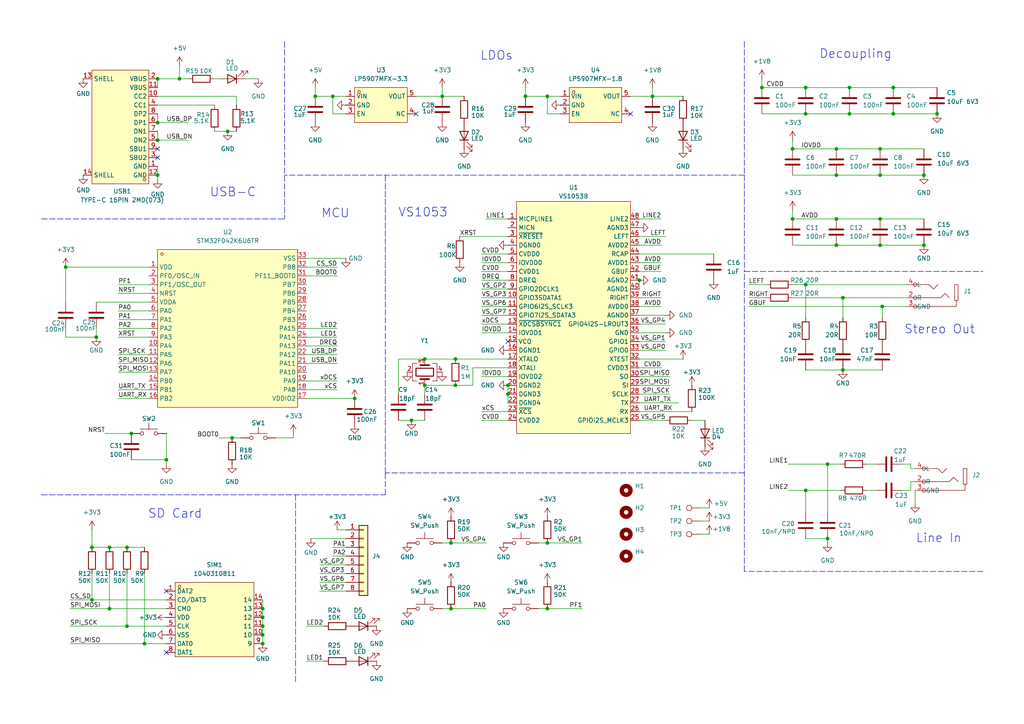
<source format=kicad_sch>
(kicad_sch (version 20250114) (generator "eeschema") (generator_version "9.0")
  (paper "A4")
  (text "Stereo Out" (at 272.542 95.631 0) (effects (font (size 2.54 2.54))))
  (text "LDOs\n" (at 144.018 16.256 0) (effects (font (size 2.54 2.54))))
  (text "Decoupling" (at 248.158 15.748 0) (effects (font (size 2.54 2.54))))
  (text "MCU\n" (at 97.282 61.976 0) (effects (font (size 2.54 2.54))))
  (text "Line In\n" (at 272.288 156.21 0) (effects (font (size 2.54 2.54))))
  (text "SD Card\n" (at 50.8 149.098 0) (effects (font (size 2.54 2.54))))
  (text "VS1053" (at 122.682 61.722 0) (effects (font (size 2.54 2.54))))
  (text "USB-C" (at 67.564 55.88 0) (effects (font (size 2.54 2.54))))
  (junction (at 147.32 111.76))
  (junction (at 130.81 157.48))
  (junction (at 255.27 50.8))
  (junction (at 158.75 157.48))
  (junction (at 229.87 63.5))
  (junction (at 242.57 63.5))
  (junction (at 36.83 158.75))
  (junction (at 233.68 25.4))
  (junction (at 240.03 156.21))
  (junction (at 76.2 181.61))
  (junction (at 244.475 86.36))
  (junction (at 233.68 142.24))
  (junction (at 132.08 111.76))
  (junction (at 41.91 186.69))
  (junction (at 76.2 184.15))
  (junction (at 128.27 27.94))
  (junction (at 48.26 133.35))
  (junction (at 76.2 176.53))
  (junction (at 233.68 82.55))
  (junction (at 267.97 71.12))
  (junction (at 66.04 38.1))
  (junction (at 132.08 104.14))
  (junction (at 123.19 111.76))
  (junction (at 123.19 104.14))
  (junction (at 240.03 134.62))
  (junction (at 102.87 115.57))
  (junction (at 185.42 81.28))
  (junction (at 130.81 176.53))
  (junction (at 67.31 127))
  (junction (at 271.78 33.02))
  (junction (at 229.87 43.18))
  (junction (at 158.75 176.53))
  (junction (at 38.1 125.73))
  (junction (at 147.32 114.3))
  (junction (at 259.08 25.4))
  (junction (at 31.75 176.53))
  (junction (at 242.57 43.18))
  (junction (at 189.23 27.94))
  (junction (at 91.44 27.94))
  (junction (at 26.67 158.75))
  (junction (at 242.57 71.12))
  (junction (at 27.94 97.79))
  (junction (at 76.2 186.69))
  (junction (at 246.38 25.4))
  (junction (at 244.475 107.315))
  (junction (at 19.05 77.47))
  (junction (at 152.4 27.94))
  (junction (at 45.72 50.8))
  (junction (at 246.38 33.02))
  (junction (at 31.75 158.75))
  (junction (at 255.905 88.9))
  (junction (at 255.27 71.12))
  (junction (at 242.57 50.8))
  (junction (at 76.2 179.07))
  (junction (at 119.3487 121.92))
  (junction (at 220.98 25.4))
  (junction (at 158.75 27.94))
  (junction (at 52.07 22.86))
  (junction (at 96.52 27.94))
  (junction (at 255.27 63.5))
  (junction (at 45.72 35.56))
  (junction (at 36.83 181.61))
  (junction (at 45.72 40.64))
  (junction (at 259.08 33.02))
  (junction (at 26.67 173.99))
  (junction (at 255.27 43.18))
  (junction (at 45.72 22.86))
  (junction (at 233.68 33.02))
  (junction (at 267.97 50.8))
  (no_connect (at 45.72 43.18))
  (no_connect (at 48.26 171.45))
  (no_connect (at 45.72 45.72))
  (no_connect (at 182.88 33.02))
  (no_connect (at 147.32 99.06))
  (no_connect (at 48.26 189.23))
  (no_connect (at 120.65 33.02))
  (wire (pts (xy 139.7 86.36) (xy 147.32 86.36)))
  (wire (pts (xy 205.74 147.32) (xy 203.2 147.32)))
  (wire (pts (xy 147.32 78.74) (xy 139.7 78.74)))
  (wire (pts (xy 233.68 107.315) (xy 244.475 107.315)))
  (wire (pts (xy 76.2 184.15) (xy 76.2 186.69)))
  (wire (pts (xy 36.83 181.61) (xy 48.26 181.61)))
  (wire (pts (xy 229.87 50.8) (xy 242.57 50.8)))
  (wire (pts (xy 255.27 43.18) (xy 267.97 43.18)))
  (wire (pts (xy 27.94 87.63) (xy 43.18 87.63)))
  (wire (pts (xy 259.08 33.02) (xy 271.78 33.02)))
  (wire (pts (xy 140.97 63.5) (xy 147.32 63.5)))
  (wire (pts (xy 19.05 87.63) (xy 19.05 77.47)))
  (wire (pts (xy 220.98 22.86) (xy 220.98 25.4)))
  (polyline (pts (xy 215.9 50.8) (xy 82.55 50.8)) (stroke (width 0) (type dash)))
  (wire (pts (xy 36.83 158.75) (xy 41.91 158.75)))
  (wire (pts (xy 233.68 156.21) (xy 240.03 156.21)))
  (wire (pts (xy 233.68 25.4) (xy 246.38 25.4)))
  (wire (pts (xy 20.32 176.53) (xy 31.75 176.53)))
  (wire (pts (xy 158.75 176.53) (xy 156.21 176.53)))
  (wire (pts (xy 36.83 166.37) (xy 36.83 181.61)))
  (wire (pts (xy 185.42 73.66) (xy 207.01 73.66)))
  (wire (pts (xy 220.98 33.02) (xy 233.68 33.02)))
  (wire (pts (xy 31.75 176.53) (xy 48.26 176.53)))
  (wire (pts (xy 45.72 52.07) (xy 45.72 50.8)))
  (wire (pts (xy 34.29 90.17) (xy 43.18 90.17)))
  (wire (pts (xy 34.29 102.87) (xy 43.18 102.87)))
  (wire (pts (xy 242.57 50.8) (xy 255.27 50.8)))
  (wire (pts (xy 97.79 80.01) (xy 88.9 80.01)))
  (wire (pts (xy 220.98 25.4) (xy 233.68 25.4)))
  (wire (pts (xy 242.57 43.18) (xy 255.27 43.18)))
  (wire (pts (xy 193.04 99.06) (xy 185.42 99.06)))
  (wire (pts (xy 92.71 163.83) (xy 100.33 163.83)))
  (wire (pts (xy 191.77 78.74) (xy 185.42 78.74)))
  (wire (pts (xy 19.05 77.47) (xy 43.18 77.47)))
  (wire (pts (xy 34.29 82.55) (xy 43.18 82.55)))
  (wire (pts (xy 229.87 60.96) (xy 229.87 63.5)))
  (wire (pts (xy 48.26 134.62) (xy 48.26 133.35)))
  (wire (pts (xy 139.7 93.98) (xy 147.32 93.98)))
  (wire (pts (xy 251.46 134.62) (xy 254 134.62)))
  (wire (pts (xy 134.62 27.94) (xy 128.27 27.94)))
  (wire (pts (xy 162.56 33.02) (xy 158.75 33.02)))
  (wire (pts (xy 45.72 50.8) (xy 45.72 48.26)))
  (wire (pts (xy 68.58 30.48) (xy 68.58 27.94)))
  (wire (pts (xy 52.07 19.05) (xy 52.07 22.86)))
  (wire (pts (xy 204.47 121.92) (xy 200.66 121.92)))
  (wire (pts (xy 147.32 114.3) (xy 147.32 116.84)))
  (wire (pts (xy 233.68 33.02) (xy 246.38 33.02)))
  (wire (pts (xy 217.17 88.9) (xy 255.905 88.9)))
  (wire (pts (xy 123.19 104.14) (xy 132.08 104.14)))
  (wire (pts (xy 34.29 113.03) (xy 43.18 113.03)))
  (wire (pts (xy 168.91 176.53) (xy 158.75 176.53)))
  (wire (pts (xy 139.7 91.44) (xy 147.32 91.44)))
  (polyline (pts (xy 215.9 165.735) (xy 215.9 78.74)) (stroke (width 0) (type dash)))
  (wire (pts (xy 34.29 115.57) (xy 43.18 115.57)))
  (polyline (pts (xy 12.065 143.51) (xy 111.76 143.51)) (stroke (width 0) (type dash)))
  (wire (pts (xy 240.03 134.62) (xy 243.84 134.62)))
  (wire (pts (xy 26.67 153.67) (xy 26.67 158.75)))
  (wire (pts (xy 92.71 171.45) (xy 100.33 171.45)))
  (wire (pts (xy 147.32 81.28) (xy 139.7 81.28)))
  (wire (pts (xy 189.23 27.94) (xy 198.12 27.94)))
  (wire (pts (xy 158.75 157.48) (xy 156.21 157.48)))
  (wire (pts (xy 41.91 166.37) (xy 41.91 186.69)))
  (wire (pts (xy 26.67 158.75) (xy 31.75 158.75)))
  (wire (pts (xy 233.68 148.59) (xy 233.68 142.24)))
  (wire (pts (xy 191.77 71.12) (xy 185.42 71.12)))
  (wire (pts (xy 193.04 96.52) (xy 185.42 96.52)))
  (wire (pts (xy 91.44 25.4) (xy 91.44 27.94)))
  (wire (pts (xy 115.57 104.14) (xy 123.19 104.14)))
  (wire (pts (xy 88.9 115.57) (xy 102.87 115.57)))
  (wire (pts (xy 140.97 176.53) (xy 130.81 176.53)))
  (wire (pts (xy 140.97 157.48) (xy 130.81 157.48)))
  (wire (pts (xy 20.32 173.99) (xy 26.67 173.99)))
  (wire (pts (xy 123.19 111.76) (xy 132.08 111.76)))
  (wire (pts (xy 189.23 27.94) (xy 182.88 27.94)))
  (wire (pts (xy 193.04 101.6) (xy 185.42 101.6)))
  (wire (pts (xy 54.61 22.86) (xy 52.07 22.86)))
  (wire (pts (xy 85.09 125.73) (xy 85.09 127)))
  (wire (pts (xy 139.7 83.82) (xy 147.32 83.82)))
  (wire (pts (xy 128.27 27.94) (xy 120.65 27.94)))
  (wire (pts (xy 261.62 142.24) (xy 264.16 142.24)))
  (wire (pts (xy 158.75 27.94) (xy 162.56 27.94)))
  (wire (pts (xy 233.68 142.24) (xy 243.84 142.24)))
  (wire (pts (xy 90.17 156.21) (xy 100.33 156.21)))
  (wire (pts (xy 147.32 121.92) (xy 139.7 121.92)))
  (wire (pts (xy 45.72 40.64) (xy 54.61 40.64)))
  (wire (pts (xy 251.46 142.24) (xy 254 142.24)))
  (wire (pts (xy 115.57 121.92) (xy 119.3487 121.92)))
  (wire (pts (xy 191.77 86.36) (xy 185.42 86.36)))
  (wire (pts (xy 76.2 173.99) (xy 76.2 176.53)))
  (wire (pts (xy 85.09 127) (xy 80.01 127)))
  (wire (pts (xy 139.7 96.52) (xy 147.32 96.52)))
  (wire (pts (xy 229.87 43.18) (xy 242.57 43.18)))
  (polyline (pts (xy 285.115 165.735) (xy 215.9 165.735)) (stroke (width 0) (type dash)))
  (wire (pts (xy 97.79 153.67) (xy 100.33 153.67)))
  (wire (pts (xy 255.27 63.5) (xy 267.97 63.5)))
  (wire (pts (xy 76.2 181.61) (xy 76.2 184.15)))
  (polyline (pts (xy 12.065 63.5) (xy 82.55 63.5)) (stroke (width 0) (type dash)))
  (wire (pts (xy 246.38 33.02) (xy 259.08 33.02)))
  (wire (pts (xy 217.17 82.55) (xy 222.25 82.55)))
  (wire (pts (xy 20.32 181.61) (xy 36.83 181.61)))
  (wire (pts (xy 31.75 158.75) (xy 36.83 158.75)))
  (wire (pts (xy 115.57 114.3) (xy 115.57 104.14)))
  (wire (pts (xy 240.03 157.48) (xy 240.03 156.21)))
  (wire (pts (xy 147.32 73.66) (xy 139.7 73.66)))
  (wire (pts (xy 76.2 179.07) (xy 76.2 181.61)))
  (wire (pts (xy 97.79 113.03) (xy 88.9 113.03)))
  (wire (pts (xy 19.05 97.79) (xy 19.05 95.25)))
  (wire (pts (xy 137.16 106.68) (xy 137.16 111.76)))
  (wire (pts (xy 255.905 88.9) (xy 262.89 88.9)))
  (wire (pts (xy 66.04 38.1) (xy 62.23 38.1)))
  (wire (pts (xy 185.42 116.84) (xy 196.85 116.84)))
  (wire (pts (xy 244.475 86.36) (xy 262.89 86.36)))
  (wire (pts (xy 34.29 95.25) (xy 43.18 95.25)))
  (wire (pts (xy 242.57 63.5) (xy 255.27 63.5)))
  (wire (pts (xy 48.26 133.35) (xy 38.1 133.35)))
  (wire (pts (xy 194.31 111.76) (xy 185.42 111.76)))
  (wire (pts (xy 62.23 30.48) (xy 45.72 30.48)))
  (polyline (pts (xy 111.76 137.16) (xy 111.76 50.8)) (stroke (width 0) (type dash)))
  (wire (pts (xy 34.29 97.79) (xy 43.18 97.79)))
  (wire (pts (xy 68.58 38.1) (xy 66.04 38.1)))
  (wire (pts (xy 130.81 157.48) (xy 128.27 157.48)))
  (wire (pts (xy 198.12 104.14) (xy 185.42 104.14)))
  (wire (pts (xy 255.905 88.9) (xy 255.905 92.075)))
  (wire (pts (xy 97.79 100.33) (xy 88.9 100.33)))
  (wire (pts (xy 261.62 134.62) (xy 264.16 134.62)))
  (wire (pts (xy 185.42 81.28) (xy 185.42 83.82)))
  (wire (pts (xy 62.23 22.86) (xy 63.5 22.86)))
  (wire (pts (xy 97.79 102.87) (xy 88.9 102.87)))
  (wire (pts (xy 92.71 168.91) (xy 100.33 168.91)))
  (wire (pts (xy 34.29 107.95) (xy 43.18 107.95)))
  (wire (pts (xy 147.32 106.68) (xy 137.16 106.68)))
  (wire (pts (xy 45.72 33.02) (xy 45.72 35.56)))
  (wire (pts (xy 132.08 104.14) (xy 147.32 104.14)))
  (wire (pts (xy 96.52 27.94) (xy 100.33 27.94)))
  (wire (pts (xy 34.29 92.71) (xy 43.18 92.71)))
  (wire (pts (xy 41.91 186.69) (xy 48.26 186.69)))
  (wire (pts (xy 262.89 82.55) (xy 233.68 82.55)))
  (wire (pts (xy 69.85 127) (xy 67.31 127)))
  (wire (pts (xy 147.32 68.58) (xy 133.35 68.58)))
  (wire (pts (xy 193.04 91.44) (xy 185.42 91.44)))
  (wire (pts (xy 139.7 76.2) (xy 147.32 76.2)))
  (wire (pts (xy 92.71 166.37) (xy 100.33 166.37)))
  (wire (pts (xy 194.31 109.22) (xy 185.42 109.22)))
  (polyline (pts (xy 111.76 143.51) (xy 111.76 137.16)) (stroke (width 0) (type dash)))
  (wire (pts (xy 139.7 119.38) (xy 147.32 119.38)))
  (wire (pts (xy 229.87 71.12) (xy 242.57 71.12)))
  (wire (pts (xy 34.29 105.41) (xy 43.18 105.41)))
  (wire (pts (xy 152.4 27.94) (xy 158.75 27.94)))
  (polyline (pts (xy 215.9 12.065) (xy 215.9 50.8)) (stroke (width 0) (type dash)))
  (wire (pts (xy 97.79 95.25) (xy 88.9 95.25)))
  (wire (pts (xy 191.77 88.9) (xy 185.42 88.9)))
  (wire (pts (xy 48.26 125.73) (xy 48.26 133.35)))
  (polyline (pts (xy 215.9 137.16) (xy 111.76 137.16)) (stroke (width 0) (type dash)))
  (wire (pts (xy 96.52 33.02) (xy 96.52 27.94)))
  (wire (pts (xy 100.33 33.02) (xy 96.52 33.02)))
  (wire (pts (xy 91.44 27.94) (xy 96.52 27.94)))
  (wire (pts (xy 97.79 97.79) (xy 88.9 97.79)))
  (wire (pts (xy 45.72 22.86) (xy 45.72 25.4)))
  (wire (pts (xy 158.75 33.02) (xy 158.75 27.94)))
  (wire (pts (xy 264.16 139.7) (xy 265.43 139.7)))
  (wire (pts (xy 240.03 134.62) (xy 240.03 148.59)))
  (wire (pts (xy 139.7 88.9) (xy 147.32 88.9)))
  (wire (pts (xy 128.27 25.4) (xy 128.27 27.94)))
  (wire (pts (xy 20.32 186.69) (xy 41.91 186.69)))
  (wire (pts (xy 88.9 181.61) (xy 93.98 181.61)))
  (wire (pts (xy 26.67 166.37) (xy 26.67 173.99)))
  (wire (pts (xy 259.08 25.4) (xy 271.78 25.4)))
  (wire (pts (xy 130.81 176.53) (xy 128.27 176.53)))
  (wire (pts (xy 265.43 146.05) (xy 265.43 142.24)))
  (wire (pts (xy 97.79 77.47) (xy 88.9 77.47)))
  (wire (pts (xy 27.94 97.79) (xy 27.94 95.25)))
  (polyline (pts (xy 215.9 78.74) (xy 285.115 78.74)) (stroke (width 0) (type dash)))
  (wire (pts (xy 38.1 125.73) (xy 30.48 125.73)))
  (wire (pts (xy 45.72 22.86) (xy 52.07 22.86)))
  (wire (pts (xy 88.9 191.77) (xy 93.98 191.77)))
  (wire (pts (xy 200.66 119.38) (xy 185.42 119.38)))
  (wire (pts (xy 45.72 35.56) (xy 54.61 35.56)))
  (wire (pts (xy 97.79 110.49) (xy 88.9 110.49)))
  (wire (pts (xy 229.87 40.64) (xy 229.87 43.18)))
  (wire (pts (xy 74.93 22.86) (xy 71.12 22.86)))
  (wire (pts (xy 152.4 25.4) (xy 152.4 27.94)))
  (wire (pts (xy 205.74 151.13) (xy 203.2 151.13)))
  (wire (pts (xy 244.475 86.36) (xy 244.475 92.075)))
  (wire (pts (xy 191.77 76.2) (xy 185.42 76.2)))
  (wire (pts (xy 233.68 82.55) (xy 229.87 82.55)))
  (wire (pts (xy 168.91 157.48) (xy 158.75 157.48)))
  (wire (pts (xy 185.42 106.68) (xy 191.77 106.68)))
  (wire (pts (xy 45.72 38.1) (xy 45.72 40.64)))
  (wire (pts (xy 255.27 50.8) (xy 267.97 50.8)))
  (wire (pts (xy 228.6 142.24) (xy 233.68 142.24)))
  (wire (pts (xy 205.74 154.94) (xy 203.2 154.94)))
  (wire (pts (xy 246.38 25.4) (xy 259.08 25.4)))
  (wire (pts (xy 193.04 121.92) (xy 185.42 121.92)))
  (polyline (pts (xy 215.9 50.8) (xy 215.9 78.74)) (stroke (width 0) (type dash)))
  (wire (pts (xy 194.31 114.3) (xy 185.42 114.3)))
  (polyline (pts (xy 82.55 12.065) (xy 82.55 63.5)) (stroke (width 0) (type dash)))
  (wire (pts (xy 34.29 85.09) (xy 43.18 85.09)))
  (wire (pts (xy 229.87 63.5) (xy 242.57 63.5)))
  (wire (pts (xy 119.3487 121.92) (xy 123.19 121.92)))
  (wire (pts (xy 264.16 142.24) (xy 264.16 139.7)))
  (wire (pts (xy 217.17 86.36) (xy 222.25 86.36)))
  (wire (pts (xy 233.68 82.55) (xy 233.68 92.075)))
  (wire (pts (xy 193.04 68.58) (xy 185.42 68.58)))
  (wire (pts (xy 147.32 111.76) (xy 147.32 114.3)))
  (wire (pts (xy 244.475 107.315) (xy 255.905 107.315)))
  (wire (pts (xy 264.16 134.62) (xy 264.16 135.89)))
  (wire (pts (xy 31.75 166.37) (xy 31.75 176.53)))
  (wire (pts (xy 139.7 109.22) (xy 147.32 109.22)))
  (wire (pts (xy 264.16 135.89) (xy 265.43 135.89)))
  (wire (pts (xy 229.87 86.36) (xy 244.475 86.36)))
  (wire (pts (xy 100.33 74.93) (xy 88.9 74.93)))
  (wire (pts (xy 19.05 97.79) (xy 27.94 97.79)))
  (wire (pts (xy 96.52 158.75) (xy 100.33 158.75)))
  (wire (pts (xy 97.79 105.41) (xy 88.9 105.41)))
  (wire (pts (xy 242.57 71.12) (xy 255.27 71.12)))
  (wire (pts (xy 26.67 173.99) (xy 48.26 173.99)))
  (wire (pts (xy 137.16 111.76) (xy 132.08 111.76)))
  (wire (pts (xy 189.23 25.4) (xy 189.23 27.94)))
  (wire (pts (xy 96.52 161.29) (xy 100.33 161.29)))
  (wire (pts (xy 228.6 134.62) (xy 240.03 134.62)))
  (wire (pts (xy 123.19 114.3) (xy 123.19 111.76)))
  (wire (pts (xy 76.2 176.53) (xy 76.2 179.07)))
  (polyline (pts (xy 85.725 143.51) (xy 85.725 198.12)) (stroke (width 0) (type dash)))
  (wire (pts (xy 193.04 93.98) (xy 185.42 93.98)))
  (wire (pts (xy 67.31 127) (xy 63.5 127)))
  (wire (pts (xy 68.58 27.94) (xy 45.72 27.94)))
  (wire (pts (xy 191.77 63.5) (xy 185.42 63.5)))
  (wire (pts (xy 255.27 71.12) (xy 267.97 71.12)))
  (label "VS_GP2" (at 139.7 83.82 0))
  (label "LINE1" (at 140.97 63.5 0))
  (label "SPI_SCK" (at 194.31 114.3 180))
  (label "PA1" (at 96.52 158.75 0))
  (label "VS_GP1" (at 168.91 157.48 180))
  (label "AVDD" (at 191.77 88.9 180))
  (label "CVDD" (at 139.7 73.66 0))
  (label "PF1" (at 168.91 176.53 180))
  (label "USB_DP" (at 97.79 102.87 180))
  (label "VS_GP3" (at 92.71 166.37 0))
  (label "PA0" (at 140.97 176.53 180))
  (label "VS_GP7" (at 92.71 171.45 0))
  (label "VS_GP1" (at 193.04 99.06 180))
  (label "VS_GP4" (at 193.04 93.98 180))
  (label "BOOT0" (at 97.79 80.01 180))
  (label "LED2" (at 88.9 181.61 0))
  (label "CVDD" (at 191.77 106.68 180))
  (label "LED1" (at 88.9 191.77 0))
  (label "VS_GP2" (at 92.71 163.83 0))
  (label "AVDD" (at 191.77 71.12 180))
  (label "NRST" (at 30.48 125.73 180))
  (label "DREQ" (at 139.7 81.28 0))
  (label "CVDD" (at 139.7 121.92 0))
  (label "IOVDD" (at 232.41 43.18 0))
  (label "VS_GP0" (at 193.04 101.6 180))
  (label "VS_GP7" (at 139.7 91.44 0))
  (label "LEFT" (at 217.17 82.55 0))
  (label "PA2" (at 34.29 95.25 0))
  (label "USB_DN" (at 48.26 40.64 0))
  (label "USB_DN" (at 97.79 105.41 180))
  (label "IOVDD" (at 139.7 109.22 0))
  (label "USB_DP" (at 48.26 35.56 0))
  (label "CVDD" (at 222.25 25.4 0))
  (label "CVDD" (at 139.7 78.74 0))
  (label "LINE2" (at 191.77 63.5 180))
  (label "NRST" (at 34.29 85.09 0))
  (label "PA0" (at 34.29 90.17 0))
  (label "BOOT0" (at 63.5 127 180))
  (label "LED1" (at 97.79 97.79 180))
  (label "xDCS" (at 139.7 93.98 0))
  (label "IOVDD" (at 139.7 76.2 0))
  (label "SPI_SCK" (at 34.29 102.87 0))
  (label "UART_RX" (at 186.69 119.38 0))
  (label "AVDD" (at 191.77 76.2 180))
  (label "PA1" (at 34.29 92.71 0))
  (label "VS_GP3" (at 139.7 86.36 0))
  (label "LINE1" (at 228.6 134.62 180))
  (label "SPI_MISO" (at 34.29 105.41 0))
  (label "VS_GP6" (at 92.71 168.91 0))
  (label "XRST" (at 34.29 97.79 0))
  (label "UART_TX" (at 34.29 113.03 0))
  (label "IOVDD" (at 139.7 96.52 0))
  (label "SPI_MOSI" (at 194.31 111.76 180))
  (label "CS_SD" (at 97.79 77.47 180))
  (label "RIGHT" (at 217.17 86.36 0))
  (label "UART_RX" (at 34.29 115.57 0))
  (label "CS_SD" (at 20.32 173.99 0))
  (label "VS_GP5" (at 193.04 121.92 180))
  (label "DREQ" (at 97.79 100.33 180))
  (label "xDCS" (at 97.79 110.49 180))
  (label "VS_GP4" (at 140.97 157.48 180))
  (label "UART_TX" (at 186.69 116.84 0))
  (label "SPI_SCK" (at 20.32 181.61 0))
  (label "SPI_MISO" (at 194.31 109.22 180))
  (label "PA2" (at 96.52 161.29 0))
  (label "AVDD" (at 232.41 63.5 0))
  (label "SPI_MOSI" (at 20.32 176.53 0))
  (label "LINE2" (at 228.6 142.24 180))
  (label "SPI_MISO" (at 20.32 186.69 0))
  (label "RIGHT" (at 191.77 86.36 180))
  (label "XRST" (at 133.35 68.58 0))
  (label "GBUF" (at 191.77 78.74 180))
  (label "PF1" (at 34.29 82.55 0))
  (label "xCS" (at 97.79 113.03 180))
  (label "LED2" (at 97.79 95.25 180))
  (label "SPI_MOSI" (at 34.29 107.95 0))
  (label "LEFT" (at 193.04 68.58 180))
  (label "xCS" (at 139.7 119.38 0))
  (label "VS_GP6" (at 139.7 88.9 0))
  (label "GBUF" (at 217.17 88.9 0))
  (symbol (lib_id "power:GND") (at 118.11 157.48 0) (unit 1)
    (property "Reference" "#PWR059" (effects (hide yes)))
    (property "Value" "GND" (at 118.11 161.544 0))
    (property "Description" "Power symbol creates a global label with name \"GND\" , ground" (effects (hide yes)))
  )
  (symbol (lib_id "Device:C") (at 152.4 31.75 0) (unit 1)
    (property "Reference" "C29" (at 146.05 31.496 0) (effects (justify left)))
    (property "Value" "1uF" (at 146.05 33.274 0) (effects (justify left)))
    (property "Footprint" "Capacitor_SMD:C_0402_1005Metric" (effects (hide yes)))
    (property "Description" "Unpolarized capacitor" (effects (hide yes)))
    (property "LCSC Part" "C14445" (effects (hide yes)))
  )
  (symbol (lib_id "Switch:SW_Push") (at 74.93 127 0) (unit 1)
    (property "Reference" "SW1" (at 74.93 122.682 0))
    (property "Value" "SW_Push" (effects (hide yes)))
    (property "Footprint" "easyeda2kicad:SW-SMD_L3.9-W3.0-P4.45" (effects (hide yes)))
    (property "Description" "Push button switch, generic, two pins" (effects (hide yes)))
    (property "LCSC Part" "C393938" (effects (hide yes)))
  )
  (symbol (lib_id "power:GND") (at 118.11 176.53 0) (unit 1)
    (property "Reference" "#PWR058" (effects (hide yes)))
    (property "Value" "GND" (at 118.11 180.594 0))
    (property "Description" "Power symbol creates a global label with name \"GND\" , ground" (effects (hide yes)))
  )
  (symbol (lib_id "Mechanical:MountingHole") (at 181.61 142.24 0) (unit 1) (in_bom no)
    (property "Reference" "H1" (at 184.15 140.9699 0) (effects (justify left)))
    (property "Value" "MountingHole" (effects (hide yes)))
    (property "Footprint" "MountingHole:MountingHole_2.7mm_M2.5_ISO7380_Pad_TopBottom" (effects (hide yes)))
    (property "Description" "Mounting Hole without connection" (effects (hide yes)))
  )
  (symbol (lib_id "Device:R") (at 226.06 82.55 90) (unit 1)
    (property "Reference" "R26" (at 231.14 81.28 90))
    (property "Value" "20R" (at 235.585 81.28 90))
    (property "Footprint" "Resistor_SMD:R_0402_1005Metric" (effects (hide yes)))
    (property "Description" "Resistor" (effects (hide yes)))
    (property "LCSC Part" "C25089" (effects (hide yes)))
  )
  (symbol (lib_id "power:+2V8") (at 97.79 153.67 0) (unit 1)
    (property "Reference" "#PWR053" (effects (hide yes)))
    (property "Value" "+3V3" (at 97.79 149.86 0))
    (property "Description" "Power symbol creates a global label with name \"+2V8\"" (effects (hide yes)))
  )
  (symbol (lib_id "Device:C") (at 242.57 67.31 0) (unit 1)
    (property "Reference" "C12" (at 246.38 66.0399 0) (effects (justify left)))
    (property "Value" "100nF" (at 246.38 68.5799 0) (effects (justify left)))
    (property "Footprint" "Capacitor_SMD:C_0402_1005Metric" (effects (hide yes)))
    (property "Description" "Unpolarized capacitor" (effects (hide yes)))
    (property "LCSC Part" "C1525" (effects (hide yes)))
  )
  (symbol (lib_id "Device:R") (at 247.65 142.24 270) (unit 1)
    (property "Reference" "R8" (at 244.348 144.526 90))
    (property "Value" "470R" (at 248.92 144.526 90))
    (property "Footprint" "Resistor_SMD:R_0402_1005Metric" (effects (hide yes)))
    (property "Description" "Resistor" (effects (hide yes)))
    (property "LCSC Part" "C25117" (effects (hide yes)))
  )
  (symbol (lib_id "Mechanical:MountingHole") (at 181.61 161.29 0) (unit 1) (in_bom no)
    (property "Reference" "H4" (at 184.15 160.0199 0) (effects (justify left)))
    (property "Value" "MountingHole" (effects (hide yes)))
    (property "Footprint" "MountingHole:MountingHole_2.7mm_M2.5_ISO7380_Pad_TopBottom" (effects (hide yes)))
    (property "Description" "Mounting Hole without connection" (effects (hide yes)))
  )
  (symbol (lib_id "Connector:TestPoint") (at 203.2 147.32 90) (unit 1) (in_bom no)
    (property "Reference" "TP1" (at 197.866 147.32 90) (effects (justify left)))
    (property "Value" "TestPoint" (effects (hide yes)))
    (property "Footprint" "TestPoint:TestPoint_Pad_D2.5mm" (effects (hide yes)))
    (property "Description" "test point" (effects (hide yes)))
  )
  (symbol (lib_id "Device:R") (at 68.58 34.29 0) (unit 1)
    (property "Reference" "R13" (at 71.628 33.02 0))
    (property "Value" "5.1K" (at 71.882 35.052 0))
    (property "Footprint" "Resistor_SMD:R_0402_1005Metric" (effects (hide yes)))
    (property "Description" "Resistor" (effects (hide yes)))
    (property "LCSC Part" "C25905" (effects (hide yes)))
  )
  (symbol (lib_id "power:+2V8") (at 158.75 149.86 0) (unit 1)
    (property "Reference" "#PWR054" (effects (hide yes)))
    (property "Value" "+3V3" (at 158.75 144.78 0))
    (property "Description" "Power symbol creates a global label with name \"+2V8\"" (effects (hide yes)))
  )
  (symbol (lib_id "Device:C") (at 128.27 31.75 0) (unit 1)
    (property "Reference" "C28" (at 122.174 30.48 0) (effects (justify left)))
    (property "Value" "1uF" (at 122.428 32.258 0) (effects (justify left)))
    (property "Footprint" "Capacitor_SMD:C_0402_1005Metric" (effects (hide yes)))
    (property "Description" "Unpolarized capacitor" (effects (hide yes)))
    (property "LCSC Part" "C14445" (effects (hide yes)))
  )
  (symbol (lib_id "Switch:SW_Push") (at 123.19 157.48 0) (unit 1)
    (property "Reference" "SW4" (at 123.19 149.86 0))
    (property "Value" "SW_Push" (at 123.19 152.4 0))
    (property "Footprint" "Button_Switch_THT:SW_PUSH_6mm" (effects (hide yes)))
    (property "Description" "Push button switch, generic, two pins" (effects (hide yes)))
    (property "LCSC Part" "C393938" (effects (hide yes)))
  )
  (symbol (lib_id "Device:C") (at 257.81 134.62 90) (unit 1)
    (property "Reference" "C22" (at 261.112 130.81 90))
    (property "Value" "1uF" (at 261.112 133.35 90))
    (property "Footprint" "Capacitor_SMD:C_0402_1005Metric" (effects (hide yes)))
    (property "Description" "Unpolarized capacitor" (effects (hide yes)))
    (property "LCSC Part" "C14445" (effects (hide yes)))
  )
  (symbol (lib_id "power:GND") (at 24.13 50.8 0) (unit 1)
    (property "Reference" "#PWR050" (effects (hide yes)))
    (property "Value" "GND" (at 24.13 55.118 0))
    (property "Description" "Power symbol creates a global label with name \"GND\" , ground" (effects (hide yes)))
  )
  (symbol (lib_id "Device:C") (at 229.87 46.99 0) (unit 1)
    (property "Reference" "C6" (at 233.68 45.7199 0) (effects (justify left)))
    (property "Value" "100nF" (at 233.68 48.2599 0) (effects (justify left)))
    (property "Footprint" "Capacitor_SMD:C_0402_1005Metric" (effects (hide yes)))
    (property "Description" "Unpolarized capacitor" (effects (hide yes)))
    (property "LCSC Part" "C1525" (effects (hide yes)))
  )
  (symbol (lib_id "power:GND") (at 147.32 101.6 270) (unit 1)
    (property "Reference" "#PWR05" (effects (hide yes)))
    (property "Value" "GND" (at 143.51 101.5999 90) (effects (justify right)))
    (property "Description" "Power symbol creates a global label with name \"GND\" , ground" (effects (hide yes)))
  )
  (symbol (lib_id "Device:C") (at 267.97 46.99 0) (unit 1)
    (property "Reference" "C10" (at 271.78 44.8309 0) (effects (justify left)))
    (property "Value" "10uF 6V3" (at 271.78 47.3709 0) (effects (justify left)))
    (property "Footprint" "Capacitor_SMD:C_0402_1005Metric" (effects (hide yes)))
    (property "Description" "Unpolarized capacitor" (effects (hide yes)))
    (property "LCSC Part" "C315248" (effects (hide yes)))
  )
  (symbol (lib_id "power:GND") (at 90.17 156.21 0) (unit 1)
    (property "Reference" "#PWR052" (effects (hide yes)))
    (property "Value" "GND" (at 90.17 160.274 0))
    (property "Description" "Power symbol creates a global label with name \"GND\" , ground" (effects (hide yes)))
  )
  (symbol (lib_id "power:+1V8") (at 220.98 22.86 0) (unit 1)
    (property "Reference" "#PWR07" (effects (hide yes)))
    (property "Value" "+1V8" (at 220.98 17.78 0))
    (property "Description" "Power symbol creates a global label with name \"+1V8\"" (effects (hide yes)))
  )
  (symbol (lib_id "power:+5V") (at 91.44 25.4 0) (unit 1)
    (property "Reference" "#PWR029" (effects (hide yes)))
    (property "Value" "+5V" (at 91.44 20.32 0))
    (property "Description" "Power symbol creates a global label with name \"+5V\"" (effects (hide yes)))
  )
  (symbol (lib_id "power:+2V8") (at 19.05 77.47 0) (unit 1)
    (property "Reference" "#PWR047" (effects (hide yes)))
    (property "Value" "+3V3" (at 19.05 72.39 0))
    (property "Description" "Power symbol creates a global label with name \"+2V8\"" (effects (hide yes)))
  )
  (symbol (lib_id "power:GND") (at 100.33 74.93 0) (unit 1)
    (property "Reference" "#PWR022" (effects (hide yes)))
    (property "Value" "GND" (at 103.124 74.93 0))
    (property "Description" "Power symbol creates a global label with name \"GND\" , ground" (effects (hide yes)))
  )
  (symbol (lib_id "power:+5V") (at 52.07 19.05 0) (unit 1)
    (property "Reference" "#PWR028" (effects (hide yes)))
    (property "Value" "+5V" (at 52.07 13.97 0))
    (property "Description" "Power symbol creates a global label with name \"+5V\"" (effects (hide yes)))
  )
  (symbol (lib_id "power:+2V8") (at 102.87 115.57 0) (unit 1)
    (property "Reference" "#PWR048" (effects (hide yes)))
    (property "Value" "+3V3" (at 102.87 110.49 0))
    (property "Description" "Power symbol creates a global label with name \"+2V8\"" (effects (hide yes)))
  )
  (symbol (lib_id "power:GND") (at 119.3487 121.92 0) (unit 1)
    (property "Reference" "#PWR010" (effects (hide yes)))
    (property "Value" "GND" (at 119.3487 125.73 0))
    (property "Description" "Power symbol creates a global label with name \"GND\" , ground" (effects (hide yes)))
  )
  (symbol (lib_id "Device:LED") (at 105.41 181.61 180) (unit 1)
    (property "Reference" "D5" (at 103.886 177.038 0))
    (property "Value" "LED" (at 104.394 178.816 0))
    (property "Footprint" "LED_SMD:LED_0402_1005Metric" (effects (hide yes)))
    (property "Description" "Light emitting diode" (effects (hide yes)))
    (property "Sim.Pins" "1=K 2=A" (effects (hide yes)))
    (property "LCSC Part" "C364553" (effects (hide yes)))
  )
  (symbol (lib_id "Device:R") (at 97.79 191.77 90) (unit 1)
    (property "Reference" "R25" (at 94.996 187.198 90) (effects (justify right)))
    (property "Value" "10K" (at 94.996 189.23 90) (effects (justify right)))
    (property "Footprint" "Resistor_SMD:R_0402_1005Metric" (effects (hide yes)))
    (property "Description" "Resistor" (effects (hide yes)))
    (property "LCSC Part" " 0402WGF1002TCE C25744 Hot " (effects (hide yes)))
  )
  (symbol (lib_id "Device:LED") (at 105.41 191.77 180) (unit 1)
    (property "Reference" "D6" (at 103.886 187.198 0))
    (property "Value" "LED" (at 104.394 188.976 0))
    (property "Footprint" "LED_SMD:LED_0402_1005Metric" (effects (hide yes)))
    (property "Description" "Light emitting diode" (effects (hide yes)))
    (property "Sim.Pins" "1=K 2=A" (effects (hide yes)))
    (property "LCSC Part" "C364553" (effects (hide yes)))
  )
  (symbol (lib_id "power:GND") (at 67.31 134.62 0) (unit 1)
    (property "Reference" "#PWR044" (effects (hide yes)))
    (property "Value" "GND" (at 67.31 139.7 0))
    (property "Description" "Power symbol creates a global label with name \"GND\" , ground" (effects (hide yes)))
  )
  (symbol (lib_id "easyeda2kicad:TYPE-C16PIN2MD(073)") (at 35.56 36.83 0) (unit 1)
    (property "Reference" "USB1" (at 35.4623 55.4729 0))
    (property "Value" "TYPE-C 16PIN 2MD(073)" (at 35.4623 58.0129 0))
    (property "Footprint" "easyeda2kicad:USB-C-SMD_TYPE-C-6PIN-2MD-073" (effects (hide yes)))
    (property "LCSC Part" "C2765186" (effects (hide yes)))
  )
  (symbol (lib_id "power:+2V8") (at 229.87 60.96 0) (unit 1)
    (property "Reference" "#PWR09" (effects (hide yes)))
    (property "Value" "+3V3" (at 229.87 55.88 0))
    (property "Description" "Power symbol creates a global label with name \"+2V8\"" (effects (hide yes)))
  )
  (symbol (lib_id "Device:C") (at 189.23 31.75 0) (unit 1)
    (property "Reference" "C30" (at 192.024 31.496 0) (effects (justify left)))
    (property "Value" "1uF" (at 192.024 33.274 0) (effects (justify left)))
    (property "Footprint" "Capacitor_SMD:C_0402_1005Metric" (effects (hide yes)))
    (property "Description" "Unpolarized capacitor" (effects (hide yes)))
    (property "LCSC Part" "C14445" (effects (hide yes)))
  )
  (symbol (lib_id "Device:R") (at 41.91 162.56 0) (unit 1)
    (property "Reference" "R9" (at 39.116 166.37 0) (effects (justify left)))
    (property "Value" "50K" (at 37.846 168.402 0) (effects (justify left)))
    (property "Footprint" "Resistor_SMD:R_0402_1005Metric" (effects (hide yes)))
    (property "Description" "Resistor" (effects (hide yes)))
    (property "LCSC Part" "C166559" (effects (hide yes)))
  )
  (symbol (lib_id "power:+2V8") (at 158.75 168.91 0) (unit 1)
    (property "Reference" "#PWR057" (effects (hide yes)))
    (property "Value" "+3V3" (at 158.75 163.83 0))
    (property "Description" "Power symbol creates a global label with name \"+2V8\"" (effects (hide yes)))
  )
  (symbol (lib_id "easyeda2kicad:1040310811") (at 62.23 175.26 0) (unit 1)
    (property "Reference" "SIM1" (at 62.23 163.83 0))
    (property "Value" "1040310811" (at 62.23 166.37 0))
    (property "Footprint" "easyeda2kicad:SIM-SMD_8P-1040310811" (effects (hide yes)))
    (property "LCSC Part" "C585350" (effects (hide yes)))
  )
  (symbol (lib_id "Device:C") (at 242.57 46.99 0) (unit 1)
    (property "Reference" "C7" (at 246.38 45.7199 0) (effects (justify left)))
    (property "Value" "100nF" (at 246.38 48.2599 0) (effects (justify left)))
    (property "Footprint" "Capacitor_SMD:C_0402_1005Metric" (effects (hide yes)))
    (property "Description" "Unpolarized capacitor" (effects (hide yes)))
    (property "LCSC Part" "C1525" (effects (hide yes)))
  )
  (symbol (lib_id "Mechanical:MountingHole") (at 181.61 154.94 0) (unit 1) (in_bom no)
    (property "Reference" "H3" (at 184.15 153.6699 0) (effects (justify left)))
    (property "Value" "MountingHole" (effects (hide yes)))
    (property "Footprint" "MountingHole:MountingHole_2.7mm_M2.5_ISO7380_Pad_TopBottom" (effects (hide yes)))
    (property "Description" "Mounting Hole without connection" (effects (hide yes)))
  )
  (symbol (lib_id "Device:R") (at 158.75 172.72 180) (unit 1)
    (property "Reference" "R21" (at 160.528 170.434 0) (effects (justify right)))
    (property "Value" "50K" (at 160.528 172.466 0) (effects (justify right)))
    (property "Footprint" "Resistor_SMD:R_0402_1005Metric" (effects (hide yes)))
    (property "Description" "Resistor" (effects (hide yes)))
    (property "LCSC Part" "C166559" (effects (hide yes)))
  )
  (symbol (lib_id "power:GND") (at 91.44 35.56 0) (unit 1)
    (property "Reference" "#PWR031" (effects (hide yes)))
    (property "Value" "GND" (at 91.44 40.64 0))
    (property "Description" "Power symbol creates a global label with name \"GND\" , ground" (effects (hide yes)))
  )
  (symbol (lib_id "Device:R") (at 58.42 22.86 90) (unit 1)
    (property "Reference" "R15" (at 57.658 20.574 90) (effects (justify left)))
    (property "Value" "10K" (at 61.722 20.574 90) (effects (justify left)))
    (property "Footprint" "Resistor_SMD:R_0402_1005Metric" (effects (hide yes)))
    (property "Description" "Resistor" (effects (hide yes)))
    (property "LCSC Part" " 0402WGF1002TCE C25744 Hot " (effects (hide yes)))
  )
  (symbol (lib_id "Device:LED") (at 198.12 39.37 90) (unit 1)
    (property "Reference" "D3" (at 201.422 38.354 90))
    (property "Value" "LED" (at 201.93 40.132 90))
    (property "Footprint" "LED_SMD:LED_0402_1005Metric" (effects (hide yes)))
    (property "Description" "Light emitting diode" (effects (hide yes)))
    (property "Sim.Pins" "1=K 2=A" (effects (hide yes)))
    (property "LCSC Part" "C364553" (effects (hide yes)))
  )
  (symbol (lib_id "Switch:SW_Push") (at 43.18 125.73 0) (unit 1)
    (property "Reference" "SW2" (at 43.18 121.412 0))
    (property "Value" "SW_Push" (effects (hide yes)))
    (property "Footprint" "easyeda2kicad:SW-SMD_L3.9-W3.0-P4.45" (effects (hide yes)))
    (property "Description" "Push button switch, generic, two pins" (effects (hide yes)))
    (property "LCSC Part" "C393938" (effects (hide yes)))
  )
  (symbol (lib_id "Device:R") (at 31.75 162.56 0) (unit 1)
    (property "Reference" "R11" (at 27.686 166.37 0) (effects (justify left)))
    (property "Value" "50K" (at 27.686 168.402 0) (effects (justify left)))
    (property "Footprint" "Resistor_SMD:R_0402_1005Metric" (effects (hide yes)))
    (property "Description" "Resistor" (effects (hide yes)))
    (property "LCSC Part" "C166559" (effects (hide yes)))
  )
  (symbol (lib_id "power:+1V8") (at 205.74 154.94 0) (unit 1)
    (property "Reference" "#PWR067" (effects (hide yes)))
    (property "Value" "+1V8" (at 209.296 153.416 0))
    (property "Description" "Power symbol creates a global label with name \"+1V8\"" (effects (hide yes)))
  )
  (symbol (lib_id "power:GND") (at 134.62 43.18 0) (unit 1)
    (property "Reference" "#PWR040" (effects (hide yes)))
    (property "Value" "GND" (at 134.62 48.26 0))
    (property "Description" "Power symbol creates a global label with name \"GND\" , ground" (effects (hide yes)))
  )
  (symbol (lib_id "Device:R") (at 133.35 72.39 0) (unit 1)
    (property "Reference" "R6" (at 129.54 71.374 0) (effects (justify left)))
    (property "Value" "100K" (at 127.254 73.914 0) (effects (justify left)))
    (property "Footprint" "Resistor_SMD:R_0402_1005Metric" (effects (hide yes)))
    (property "Description" "Resistor" (effects (hide yes)))
    (property "LCSC Part" "C25741" (effects (hide yes)))
  )
  (symbol (lib_id "Device:R") (at 97.79 181.61 90) (unit 1)
    (property "Reference" "R24" (at 94.996 177.038 90) (effects (justify right)))
    (property "Value" "10K" (at 94.996 179.07 90) (effects (justify right)))
    (property "Footprint" "Resistor_SMD:R_0402_1005Metric" (effects (hide yes)))
    (property "Description" "Resistor" (effects (hide yes)))
    (property "LCSC Part" " 0402WGF1002TCE C25744 Hot " (effects (hide yes)))
  )
  (symbol (lib_id "power:GND") (at 147.32 111.76 270) (unit 1)
    (property "Reference" "#PWR06" (effects (hide yes)))
    (property "Value" "GND" (at 143.51 111.7599 90) (effects (justify right)))
    (property "Description" "Power symbol creates a global label with name \"GND\" , ground" (effects (hide yes)))
  )
  (symbol (lib_id "power:GND") (at 76.2 186.69 0) (unit 1)
    (property "Reference" "#PWR051" (effects (hide yes)))
    (property "Value" "GND" (at 76.2 191.008 0))
    (property "Description" "Power symbol creates a global label with name \"GND\" , ground" (effects (hide yes)))
  )
  (symbol (lib_id "power:+2V8") (at 26.67 153.67 0) (unit 1)
    (property "Reference" "#PWR023" (effects (hide yes)))
    (property "Value" "+3V3" (at 26.67 148.59 0))
    (property "Description" "Power symbol creates a global label with name \"+2V8\"" (effects (hide yes)))
  )
  (symbol (lib_id "Device:Crystal_GND24") (at 123.19 107.95 90) (unit 1)
    (property "Reference" "Y1" (at 123.19 98.806 90))
    (property "Value" "SX2B12.288F1210F30" (effects (hide yes)))
    (property "Footprint" "Crystal:Crystal_SMD_2520-4Pin_2.5x2.0mm" (effects (hide yes)))
    (property "Description" "Four pin crystal, GND on pins 2 and 4" (effects (hide yes)))
    (property "LCSC Part" "C49253544" (effects (hide yes)))
  )
  (symbol (lib_id "Device:LED") (at 204.47 125.73 90) (unit 1)
    (property "Reference" "D4" (at 207.772 126.746 90))
    (property "Value" "LED" (at 208.28 124.968 90))
    (property "Footprint" "LED_SMD:LED_0402_1005Metric" (effects (hide yes)))
    (property "Description" "Light emitting diode" (effects (hide yes)))
    (property "Sim.Pins" "1=K 2=A" (effects (hide yes)))
    (property "LCSC Part" "C364553" (effects (hide yes)))
  )
  (symbol (lib_id "power:GND") (at 74.93 22.86 0) (unit 1)
    (property "Reference" "#PWR039" (effects (hide yes)))
    (property "Value" "GND" (at 74.93 27.94 0))
    (property "Description" "Power symbol creates a global label with name \"GND\" , ground" (effects (hide yes)))
  )
  (symbol (lib_id "Device:C") (at 27.94 91.44 0) (unit 1)
    (property "Reference" "C25" (at 23.876 93.472 0) (effects (justify left)))
    (property "Value" "100nF" (at 21.844 95.25 0) (effects (justify left)))
    (property "Footprint" "Capacitor_SMD:C_0402_1005Metric" (effects (hide yes)))
    (property "Description" "Unpolarized capacitor" (effects (hide yes)))
    (property "LCSC Part" "C1525" (effects (hide yes)))
  )
  (symbol (lib_id "power:+2V8") (at 198.12 104.14 0) (unit 1)
    (property "Reference" "#PWR013" (effects (hide yes)))
    (property "Value" "+3V3" (at 198.12 100.33 0))
    (property "Description" "Power symbol creates a global label with name \"+2V8\"" (effects (hide yes)))
  )
  (symbol (lib_id "Device:R") (at 247.65 134.62 270) (unit 1)
    (property "Reference" "R7" (at 244.602 132.08 90))
    (property "Value" "470R" (at 248.666 132.08 90))
    (property "Footprint" "Resistor_SMD:R_0402_1005Metric" (effects (hide yes)))
    (property "Description" "Resistor" (effects (hide yes)))
    (property "LCSC Part" "C25117" (effects (hide yes)))
  )
  (symbol (lib_id "Device:R") (at 226.06 86.36 90) (unit 1)
    (property "Reference" "R27" (at 231.14 85.09 90))
    (property "Value" "20R" (at 235.585 85.09 90))
    (property "Footprint" "Resistor_SMD:R_0402_1005Metric" (effects (hide yes)))
    (property "Description" "Resistor" (effects (hide yes)))
    (property "LCSC Part" "C25089" (effects (hide yes)))
  )
  (symbol (lib_id "power:GND") (at 109.22 191.77 0) (unit 1)
    (property "Reference" "#PWR069" (effects (hide yes)))
    (property "Value" "GND" (at 109.22 196.85 0))
    (property "Description" "Power symbol creates a global label with name \"GND\" , ground" (effects (hide yes)))
  )
  (symbol (lib_id "power:GND") (at 162.56 30.48 270) (unit 1)
    (property "Reference" "#PWR036" (effects (hide yes)))
    (property "Value" "GND" (effects (hide yes)))
    (property "Description" "Power symbol creates a global label with name \"GND\" , ground" (effects (hide yes)))
  )
  (symbol (lib_id "Device:C") (at 38.1 129.54 180) (unit 1)
    (property "Reference" "C31" (at 31.75 129.286 0) (effects (justify right)))
    (property "Value" "100nF" (at 31.75 131.826 0) (effects (justify right)))
    (property "Footprint" "Capacitor_SMD:C_0402_1005Metric" (effects (hide yes)))
    (property "Description" "Unpolarized capacitor" (effects (hide yes)))
    (property "LCSC Part" "C1525" (effects (hide yes)))
  )
  (symbol (lib_id "Switch:SW_Push") (at 151.13 157.48 0) (unit 1)
    (property "Reference" "SW3" (at 151.13 149.86 0))
    (property "Value" "SW_Push" (at 151.13 152.4 0))
    (property "Footprint" "Button_Switch_THT:SW_PUSH_6mm" (effects (hide yes)))
    (property "Description" "Push button switch, generic, two pins" (effects (hide yes)))
    (property "LCSC Part" "C393938" (effects (hide yes)))
  )
  (symbol (lib_id "power:GND") (at 271.78 33.02 0) (unit 1)
    (property "Reference" "#PWR019" (effects (hide yes)))
    (property "Value" "GND" (at 271.78 38.1 0))
    (property "Description" "Power symbol creates a global label with name \"GND\" , ground" (effects (hide yes)))
  )
  (symbol (lib_id "Switch:SW_Push") (at 151.13 176.53 0) (unit 1)
    (property "Reference" "SW6" (at 151.13 168.91 0))
    (property "Value" "SW_Push" (at 151.13 171.45 0))
    (property "Footprint" "Button_Switch_THT:SW_PUSH_6mm" (effects (hide yes)))
    (property "Description" "Push button switch, generic, two pins" (effects (hide yes)))
    (property "LCSC Part" "C393938" (effects (hide yes)))
  )
  (symbol (lib_id "easyeda2kicad:LP5907MFX-1.8") (at 172.72 30.48 0) (unit 1)
    (property "Reference" "U4" (at 172.72 20.32 0))
    (property "Value" "LP5907MFX-1.8" (at 172.72 22.86 0))
    (property "Footprint" "easyeda2kicad:SOT-23-5_L3.0-W1.7-P0.95-LS2.8-BR" (effects (hide yes)))
    (property "LCSC Part" "C23380872" (effects (hide yes)))
  )
  (symbol (lib_id "power:GND") (at 267.97 50.8 0) (unit 1)
    (property "Reference" "#PWR020" (effects (hide yes)))
    (property "Value" "GND" (at 267.97 55.88 0))
    (property "Description" "Power symbol creates a global label with name \"GND\" , ground" (effects (hide yes)))
  )
  (symbol (lib_id "power:GND") (at 45.72 52.07 0) (unit 1)
    (property "Reference" "#PWR026" (effects (hide yes)))
    (property "Value" "GND" (at 45.72 56.388 0))
    (property "Description" "Power symbol creates a global label with name \"GND\" , ground" (effects (hide yes)))
  )
  (symbol (lib_id "easyeda2kicad:LP5907MFX-3.3") (at 110.49 30.48 0) (unit 1)
    (property "Reference" "U3" (at 110.49 20.32 0))
    (property "Value" "LP5907MFX-3.3" (at 110.49 22.86 0))
    (property "Footprint" "easyeda2kicad:SOT-23-5_L3.0-W1.7-P0.95-LS2.8-BR" (effects (hide yes)))
    (property "LCSC Part" "C23380874" (effects (hide yes)))
  )
  (symbol (lib_id "power:GND") (at 193.04 96.52 90) (unit 1)
    (property "Reference" "#PWR02" (effects (hide yes)))
    (property "Value" "GND" (at 196.85 96.5199 90) (effects (justify right)))
    (property "Description" "Power symbol creates a global label with name \"GND\" , ground" (effects (hide yes)))
  )
  (symbol (lib_id "easyeda2kicad:STM32F042K6U6TR") (at 66.04 97.79 0) (unit 1)
    (property "Reference" "U2" (at 66.04 67.31 0))
    (property "Value" "STM32F042K6U6TR" (at 66.04 69.85 0))
    (property "Footprint" "easyeda2kicad:UFQFPN-32_L5.0-W5.0-P0.50-TL-EP3.5" (effects (hide yes)))
    (property "LCSC Part" "C2053439" (effects (hide yes)))
  )
  (symbol (lib_id "power:+2V8") (at 130.81 168.91 0) (unit 1)
    (property "Reference" "#PWR056" (effects (hide yes)))
    (property "Value" "+3V3" (at 130.81 163.83 0))
    (property "Description" "Power symbol creates a global label with name \"+2V8\"" (effects (hide yes)))
  )
  (symbol (lib_id "power:+5V") (at 205.74 147.32 0) (unit 1)
    (property "Reference" "#PWR065" (effects (hide yes)))
    (property "Value" "+5V" (at 209.042 146.05 0))
    (property "Description" "Power symbol creates a global label with name \"+5V\"" (effects (hide yes)))
  )
  (symbol (lib_id "power:+2V8") (at 152.4 25.4 0) (unit 1)
    (property "Reference" "#PWR034" (effects (hide yes)))
    (property "Value" "+3V3" (at 152.4 20.32 0))
    (property "Description" "Power symbol creates a global label with name \"+2V8\"" (effects (hide yes)))
  )
  (symbol (lib_id "Device:C") (at 259.08 29.21 0) (unit 1)
    (property "Reference" "C4" (at 262.89 27.9399 0) (effects (justify left)))
    (property "Value" "100nF" (at 262.89 30.4799 0) (effects (justify left)))
    (property "Footprint" "Capacitor_SMD:C_0402_1005Metric" (effects (hide yes)))
    (property "Description" "Unpolarized capacitor" (effects (hide yes)))
    (property "LCSC Part" "C1525" (effects (hide yes)))
  )
  (symbol (lib_id "power:GND") (at 128.27 35.56 0) (unit 1)
    (property "Reference" "#PWR033" (effects (hide yes)))
    (property "Value" "GND" (at 128.27 40.64 0))
    (property "Description" "Power symbol creates a global label with name \"GND\" , ground" (effects (hide yes)))
  )
  (symbol (lib_id "Device:R") (at 130.81 153.67 180) (unit 1)
    (property "Reference" "R19" (at 132.588 151.384 0) (effects (justify right)))
    (property "Value" "50K" (at 132.588 153.416 0) (effects (justify right)))
    (property "Footprint" "Resistor_SMD:R_0402_1005Metric" (effects (hide yes)))
    (property "Description" "Resistor" (effects (hide yes)))
    (property "LCSC Part" "C166559" (effects (hide yes)))
  )
  (symbol (lib_id "power:GND") (at 48.26 184.15 270) (unit 1)
    (property "Reference" "#PWR046" (effects (hide yes)))
    (property "Value" "GND" (at 45.466 184.15 90) (effects (justify right)))
    (property "Description" "Power symbol creates a global label with name \"GND\" , ground" (effects (hide yes)))
  )
  (symbol (lib_id "easyeda2kicad:VS1053B") (at 185.42 82.55 0) (unit 1)
    (property "Reference" "U1" (at 166.37 54.356 0))
    (property "Value" "VS1053B" (at 166.37 56.896 0))
    (property "Footprint" "easyeda2kicad:LQFP-48_L7.0-W7.0-P0.50-LS9.0-BL" (effects (hide yes)))
    (property "Datasheet" "https://lcsc.com/product-detail/Audio-A-D-Converter-ICs_VLSI_VS1053B_VS1053B_C9922.html" (effects (hide yes)))
    (property "LCSC Part" "C9922" (effects (hide yes)))
  )
  (symbol (lib_id "power:GND") (at 128.27 107.95 0) (unit 1)
    (property "Reference" "#PWR064" (effects (hide yes)))
    (property "Value" "GND" (effects (hide yes)))
    (property "Description" "Power symbol creates a global label with name \"GND\" , ground" (effects (hide yes)))
  )
  (symbol (lib_id "Device:C") (at 255.27 67.31 0) (unit 1)
    (property "Reference" "C13" (at 259.08 66.0399 0) (effects (justify left)))
    (property "Value" "100nF" (at 259.08 68.5799 0) (effects (justify left)))
    (property "Footprint" "Capacitor_SMD:C_0402_1005Metric" (effects (hide yes)))
    (property "Description" "Unpolarized capacitor" (effects (hide yes)))
    (property "LCSC Part" "C1525" (effects (hide yes)))
  )
  (symbol (lib_id "power:GND") (at 189.23 35.56 0) (unit 1)
    (property "Reference" "#PWR038" (effects (hide yes)))
    (property "Value" "GND" (at 189.23 40.64 0))
    (property "Description" "Power symbol creates a global label with name \"GND\" , ground" (effects (hide yes)))
  )
  (symbol (lib_id "power:+2V8") (at 128.27 25.4 0) (unit 1)
    (property "Reference" "#PWR032" (effects (hide yes)))
    (property "Value" "+3V3" (at 128.27 20.32 0))
    (property "Description" "Power symbol creates a global label with name \"+2V8\"" (effects (hide yes)))
  )
  (symbol (lib_id "Device:R") (at 158.75 153.67 180) (unit 1)
    (property "Reference" "R2" (at 160.528 151.384 0) (effects (justify right)))
    (property "Value" "50K" (at 160.528 153.416 0) (effects (justify right)))
    (property "Footprint" "Resistor_SMD:R_0402_1005Metric" (effects (hide yes)))
    (property "Description" "Resistor" (effects (hide yes)))
    (property "LCSC Part" "C166559" (effects (hide yes)))
  )
  (symbol (lib_id "power:GND") (at 240.03 157.48 0) (unit 1)
    (property "Reference" "#PWR018" (effects (hide yes)))
    (property "Value" "GND" (at 240.03 162.56 0))
    (property "Description" "Power symbol creates a global label with name \"GND\" , ground" (effects (hide yes)))
  )
  (symbol (lib_id "power:GND") (at 185.42 81.28 90) (unit 1)
    (property "Reference" "#PWR01" (effects (hide yes)))
    (property "Value" "GND" (at 189.23 81.2799 90) (effects (justify right)))
    (property "Description" "Power symbol creates a global label with name \"GND\" , ground" (effects (hide yes)))
  )
  (symbol (lib_id "Device:R") (at 67.31 130.81 0) (unit 1)
    (property "Reference" "R18" (at 69.342 130.556 0) (effects (justify left)))
    (property "Value" "10K" (at 69.342 132.588 0) (effects (justify left)))
    (property "Footprint" "Resistor_SMD:R_0402_1005Metric" (effects (hide yes)))
    (property "Description" "Resistor" (effects (hide yes)))
    (property "LCSC Part" " 0402WGF1002TCE C25744 Hot " (effects (hide yes)))
  )
  (symbol (lib_id "power:+2V8") (at 48.26 179.07 90) (unit 1)
    (property "Reference" "#PWR045" (effects (hide yes)))
    (property "Value" "+3V3" (at 42.926 179.07 90))
    (property "Description" "Power symbol creates a global label with name \"+2V8\"" (effects (hide yes)))
  )
  (symbol (lib_id "Device:C") (at 257.81 142.24 90) (unit 1)
    (property "Reference" "C23" (at 261.366 143.764 90))
    (property "Value" "1uF" (at 261.366 146.304 90))
    (property "Footprint" "Capacitor_SMD:C_0402_1005Metric" (effects (hide yes)))
    (property "Description" "Unpolarized capacitor" (effects (hide yes)))
    (property "LCSC Part" "C14445" (effects (hide yes)))
  )
  (symbol (lib_id "Device:R") (at 255.905 95.885 180) (unit 1)
    (property "Reference" "R3" (at 253.365 94.615 0))
    (property "Value" "10R" (at 252.73 97.155 0))
    (property "Footprint" "Resistor_SMD:R_0402_1005Metric" (effects (hide yes)))
    (property "Description" "Resistor" (effects (hide yes)))
    (property "LCSC Part" "C25077" (effects (hide yes)))
  )
  (symbol (lib_id "Device:C") (at 244.475 103.505 0) (unit 1)
    (property "Reference" "C18" (at 240.665 101.6 0))
    (property "Value" "10nF" (at 240.03 104.14 0))
    (property "Footprint" "Capacitor_SMD:C_0402_1005Metric" (effects (hide yes)))
    (property "Description" "Unpolarized capacitor" (effects (hide yes)))
    (property "LCSC Part" "C15195" (effects (hide yes)))
  )
  (symbol (lib_id "power:GND") (at 207.01 81.28 0) (unit 1)
    (property "Reference" "#PWR012" (effects (hide yes)))
    (property "Value" "GND" (at 207.01 86.36 0))
    (property "Description" "Power symbol creates a global label with name \"GND\" , ground" (effects (hide yes)))
  )
  (symbol (lib_id "power:GND") (at 267.97 71.12 0) (unit 1)
    (property "Reference" "#PWR021" (effects (hide yes)))
    (property "Value" "GND" (at 267.97 74.93 0))
    (property "Description" "Power symbol creates a global label with name \"GND\" , ground" (effects (hide yes)))
  )
  (symbol (lib_id "Device:C") (at 207.01 77.47 0) (unit 1)
    (property "Reference" "C16" (at 210.82 76.1999 0) (effects (justify left)))
    (property "Value" "1uF" (at 210.82 78.7399 0) (effects (justify left)))
    (property "Footprint" "Capacitor_SMD:C_0402_1005Metric" (effects (hide yes)))
    (property "Description" "Unpolarized capacitor" (effects (hide yes)))
    (property "LCSC Part" "C14445" (effects (hide yes)))
  )
  (symbol (lib_id "power:GND") (at 48.26 134.62 0) (unit 1)
    (property "Reference" "#PWR042" (effects (hide yes)))
    (property "Value" "GND" (at 48.26 139.7 0))
    (property "Description" "Power symbol creates a global label with name \"GND\" , ground" (effects (hide yes)))
  )
  (symbol (lib_id "Device:R") (at 244.475 95.885 180) (unit 1)
    (property "Reference" "R4" (at 241.935 94.615 0))
    (property "Value" "20R" (at 241.3 97.155 0))
    (property "Footprint" "Resistor_SMD:R_0402_1005Metric" (effects (hide yes)))
    (property "Description" "Resistor" (effects (hide yes)))
    (property "LCSC Part" "C25089" (effects (hide yes)))
  )
  (symbol (lib_id "Connector:TestPoint") (at 203.2 154.94 90) (unit 1) (in_bom no)
    (property "Reference" "TP3" (at 197.866 154.94 90) (effects (justify left)))
    (property "Value" "TestPoint" (effects (hide yes)))
    (property "Footprint" "TestPoint:TestPoint_Pad_D2.5mm" (effects (hide yes)))
    (property "Description" "test point" (effects (hide yes)))
  )
  (symbol (lib_id "Device:C") (at 255.27 46.99 0) (unit 1)
    (property "Reference" "C8" (at 259.08 45.7199 0) (effects (justify left)))
    (property "Value" "100nF" (at 259.08 48.2599 0) (effects (justify left)))
    (property "Footprint" "Capacitor_SMD:C_0402_1005Metric" (effects (hide yes)))
    (property "Description" "Unpolarized capacitor" (effects (hide yes)))
    (property "LCSC Part" "C1525" (effects (hide yes)))
  )
  (symbol (lib_id "Device:C") (at 240.03 152.4 180) (unit 1)
    (property "Reference" "C21" (at 245.11 152.4 0))
    (property "Value" "10nF/NP0" (at 248.412 154.686 0))
    (property "Footprint" "Capacitor_SMD:C_0402_1005Metric" (effects (hide yes)))
    (property "Description" "Unpolarized capacitor" (effects (hide yes)))
    (property "LCSC Part" "C3855387" (effects (hide yes)))
  )
  (symbol (lib_id "Device:R") (at 200.66 115.57 0) (unit 1)
    (property "Reference" "R23" (at 202.438 113.284 0) (effects (justify left)))
    (property "Value" "100K" (at 202.438 115.316 0) (effects (justify left)))
    (property "Footprint" "Resistor_SMD:R_0402_1005Metric" (effects (hide yes)))
    (property "Description" "Resistor" (effects (hide yes)))
    (property "LCSC Part" "C25741" (effects (hide yes)))
  )
  (symbol (lib_id "power:GND") (at 66.04 38.1 0) (unit 1)
    (property "Reference" "#PWR027" (effects (hide yes)))
    (property "Value" "GND" (at 66.04 43.18 0))
    (property "Description" "Power symbol creates a global label with name \"GND\" , ground" (effects (hide yes)))
  )
  (symbol (lib_id "Device:C") (at 233.68 152.4 180) (unit 1)
    (property "Reference" "C20" (at 228.6 151.892 0))
    (property "Value" "10nF/NP0" (at 225.806 154.178 0))
    (property "Footprint" "Capacitor_SMD:C_0402_1005Metric" (effects (hide yes)))
    (property "Description" "Unpolarized capacitor" (effects (hide yes)))
    (property "LCSC Part" "C3855387" (effects (hide yes)))
  )
  (symbol (lib_id "power:GND") (at 100.33 30.48 270) (unit 1)
    (property "Reference" "#PWR030" (effects (hide yes)))
    (property "Value" "GND" (effects (hide yes)))
    (property "Description" "Power symbol creates a global label with name \"GND\" , ground" (effects (hide yes)))
  )
  (symbol (lib_id "power:GND") (at 185.42 66.04 90) (unit 1)
    (property "Reference" "#PWR011" (effects (hide yes)))
    (property "Value" "GND" (effects (hide yes)))
    (property "Description" "Power symbol creates a global label with name \"GND\" , ground" (effects (hide yes)))
  )
  (symbol (lib_id "Device:R") (at 62.23 34.29 0) (unit 1)
    (property "Reference" "R14" (at 58.928 33.274 0))
    (property "Value" "5.1K" (at 58.42 35.052 0))
    (property "Footprint" "Resistor_SMD:R_0402_1005Metric" (effects (hide yes)))
    (property "Description" "Resistor" (effects (hide yes)))
    (property "LCSC Part" "C25905" (effects (hide yes)))
  )
  (symbol (lib_id "Device:R") (at 36.83 162.56 0) (unit 1)
    (property "Reference" "R10" (at 32.766 166.37 0) (effects (justify left)))
    (property "Value" "50K" (at 32.766 168.402 0) (effects (justify left)))
    (property "Footprint" "Resistor_SMD:R_0402_1005Metric" (effects (hide yes)))
    (property "Description" "Resistor" (effects (hide yes)))
    (property "LCSC Part" "C166559" (effects (hide yes)))
  )
  (symbol (lib_id "power:+2V8") (at 205.74 151.13 0) (unit 1)
    (property "Reference" "#PWR066" (effects (hide yes)))
    (property "Value" "+3V3" (at 209.296 149.86 0))
    (property "Description" "Power symbol creates a global label with name \"+2V8\"" (effects (hide yes)))
  )
  (symbol (lib_id "Device:LED") (at 67.31 22.86 180) (unit 1)
    (property "Reference" "D1" (at 66.802 18.034 0))
    (property "Value" "LED" (at 67.31 19.812 0))
    (property "Footprint" "LED_SMD:LED_0402_1005Metric" (effects (hide yes)))
    (property "Description" "Light emitting diode" (effects (hide yes)))
    (property "Sim.Pins" "1=K 2=A" (effects (hide yes)))
    (property "LCSC Part" "C364553" (effects (hide yes)))
  )
  (symbol (lib_id "Connector_Generic:Conn_01x08") (at 105.41 161.29 0) (unit 1)
    (property "Reference" "J4" (at 107.95 161.2899 0) (effects (justify left)))
    (property "Value" "Conn_01x08" (effects (hide yes)))
    (property "Footprint" "Connector_PinHeader_2.54mm:PinHeader_1x08_P2.54mm_Vertical" (effects (hide yes)))
    (property "Description" "Generic connector, single row, 01x08, script generated (kicad-library-utils/schlib/autogen/connector/)" (effects (hide yes)))
    (property "LCSC Part" "C6332201" (effects (hide yes)))
  )
  (symbol (lib_id "Device:R") (at 233.68 95.885 180) (unit 1)
    (property "Reference" "R5" (at 231.14 94.615 0))
    (property "Value" "20R" (at 230.505 97.155 0))
    (property "Footprint" "Resistor_SMD:R_0402_1005Metric" (effects (hide yes)))
    (property "Description" "Resistor" (effects (hide yes)))
    (property "LCSC Part" "C25089" (effects (hide yes)))
  )
  (symbol (lib_id "power:+2V8") (at 130.81 149.86 0) (unit 1)
    (property "Reference" "#PWR055" (effects (hide yes)))
    (property "Value" "+3V3" (at 130.81 144.78 0))
    (property "Description" "Power symbol creates a global label with name \"+2V8\"" (effects (hide yes)))
  )
  (symbol (lib_id "Device:C") (at 115.57 118.11 180) (unit 1)
    (property "Reference" "C9" (at 116.84 113.03 0))
    (property "Value" "18pF" (at 118.11 115.57 0))
    (property "Footprint" "Capacitor_SMD:C_0402_1005Metric" (effects (hide yes)))
    (property "Description" "Unpolarized capacitor" (effects (hide yes)))
    (property "LCSC Part" "C106202" (effects (hide yes)))
  )
  (symbol (lib_id "power:+1V8") (at 189.23 25.4 0) (unit 1)
    (property "Reference" "#PWR037" (effects (hide yes)))
    (property "Value" "+1V8" (at 189.23 20.32 0))
    (property "Description" "Power symbol creates a global label with name \"+1V8\"" (effects (hide yes)))
  )
  (symbol (lib_id "power:GND") (at 193.04 91.44 90) (unit 1)
    (property "Reference" "#PWR03" (effects (hide yes)))
    (property "Value" "GND" (at 196.85 91.4399 90) (effects (justify right)))
    (property "Description" "Power symbol creates a global label with name \"GND\" , ground" (effects (hide yes)))
  )
  (symbol (lib_id "power:GND") (at 27.94 97.79 0) (unit 1)
    (property "Reference" "#PWR024" (effects (hide yes)))
    (property "Value" "GND" (at 27.94 101.6 0))
    (property "Description" "Power symbol creates a global label with name \"GND\" , ground" (effects (hide yes)))
  )
  (symbol (lib_id "power:GND") (at 109.22 181.61 0) (unit 1)
    (property "Reference" "#PWR068" (effects (hide yes)))
    (property "Value" "GND" (at 109.22 186.69 0))
    (property "Description" "Power symbol creates a global label with name \"GND\" , ground" (effects (hide yes)))
  )
  (symbol (lib_id "Device:C") (at 220.98 29.21 0) (unit 1)
    (property "Reference" "C1" (at 224.79 27.9399 0) (effects (justify left)))
    (property "Value" "100nF" (at 224.79 30.4799 0) (effects (justify left)))
    (property "Footprint" "Capacitor_SMD:C_0402_1005Metric" (effects (hide yes)))
    (property "Description" "Unpolarized capacitor" (effects (hide yes)))
    (property "LCSC Part" "C1525" (effects (hide yes)))
  )
  (symbol (lib_id "Mechanical:MountingHole") (at 181.61 148.59 0) (unit 1) (in_bom no)
    (property "Reference" "H2" (at 184.15 147.3199 0) (effects (justify left)))
    (property "Value" "MountingHole" (effects (hide yes)))
    (property "Footprint" "MountingHole:MountingHole_2.7mm_M2.5_ISO7380_Pad_TopBottom" (effects (hide yes)))
    (property "Description" "Mounting Hole without connection" (effects (hide yes)))
  )
  (symbol (lib_id "Device:C") (at 102.87 119.38 0) (unit 1)
    (property "Reference" "C26" (at 105.41 119.38 0) (effects (justify left)))
    (property "Value" "100nF" (at 103.378 121.666 0) (effects (justify left)))
    (property "Footprint" "Capacitor_SMD:C_0402_1005Metric" (effects (hide yes)))
    (property "Description" "Unpolarized capacitor" (effects (hide yes)))
    (property "LCSC Part" "C1525" (effects (hide yes)))
  )
  (symbol (lib_id "Device:C") (at 91.44 31.75 0) (unit 1)
    (property "Reference" "C27" (at 85.09 31.496 0) (effects (justify left)))
    (property "Value" "1uF" (at 85.09 33.274 0) (effects (justify left)))
    (property "Footprint" "Capacitor_SMD:C_0402_1005Metric" (effects (hide yes)))
    (property "Description" "Unpolarized capacitor" (effects (hide yes)))
    (property "LCSC Part" "C14445" (effects (hide yes)))
  )
  (symbol (lib_id "Device:C") (at 246.38 29.21 0) (unit 1)
    (property "Reference" "C3" (at 250.19 27.9399 0) (effects (justify left)))
    (property "Value" "100nF" (at 250.19 30.4799 0) (effects (justify left)))
    (property "Footprint" "Capacitor_SMD:C_0402_1005Metric" (effects (hide yes)))
    (property "Description" "Unpolarized capacitor" (effects (hide yes)))
    (property "LCSC Part" "C1525" (effects (hide yes)))
  )
  (symbol (lib_id "Device:C") (at 233.68 103.505 0) (unit 1)
    (property "Reference" "C19" (at 229.235 101.6 0))
    (property "Value" "10nF" (at 228.6 104.14 0))
    (property "Footprint" "Capacitor_SMD:C_0402_1005Metric" (effects (hide yes)))
    (property "Description" "Unpolarized capacitor" (effects (hide yes)))
    (property "LCSC Part" "C15195" (effects (hide yes)))
  )
  (symbol (lib_id "easyeda2kicad:Blackheadphonejack") (at 269.24 86.36 180) (unit 1)
    (property "Reference" "J1" (at 279.4 84.4549 0) (effects (justify right)))
    (property "Value" "Black headphone jack" (effects (hide yes)))
    (property "Footprint" "easyeda2kicad:AUDIO-TH_PJ-3200" (effects (hide yes)))
    (property "Datasheet" "https://lcsc.com/product-detail/Audio-Connectors_Black-headphone-jack_C18166.html" (effects (hide yes)))
    (property "LCSC Part" "C18166" (effects (hide yes)))
  )
  (symbol (lib_id "power:GND") (at 147.32 71.12 270) (unit 1)
    (property "Reference" "#PWR04" (effects (hide yes)))
    (property "Value" "GND" (effects (hide yes)))
    (property "Description" "Power symbol creates a global label with name \"GND\" , ground" (effects (hide yes)))
  )
  (symbol (lib_id "power:GND") (at 198.12 43.18 0) (unit 1)
    (property "Reference" "#PWR041" (effects (hide yes)))
    (property "Value" "GND" (at 198.12 48.26 0))
    (property "Description" "Power symbol creates a global label with name \"GND\" , ground" (effects (hide yes)))
  )
  (symbol (lib_id "Device:R") (at 26.67 162.56 0) (unit 1)
    (property "Reference" "R12" (at 22.606 166.37 0) (effects (justify left)))
    (property "Value" "50K" (at 22.606 168.402 0) (effects (justify left)))
    (property "Footprint" "Resistor_SMD:R_0402_1005Metric" (effects (hide yes)))
    (property "Description" "Resistor" (effects (hide yes)))
    (property "LCSC Part" "C166559" (effects (hide yes)))
  )
  (symbol (lib_id "power:GND") (at 265.43 146.05 0) (unit 1)
    (property "Reference" "#PWR017" (effects (hide yes)))
    (property "Value" "GND" (at 265.43 151.13 0))
    (property "Description" "Power symbol creates a global label with name \"GND\" , ground" (effects (hide yes)))
  )
  (symbol (lib_id "power:+2V8") (at 229.87 40.64 0) (unit 1)
    (property "Reference" "#PWR08" (effects (hide yes)))
    (property "Value" "+3V3" (at 229.87 35.56 0))
    (property "Description" "Power symbol creates a global label with name \"+2V8\"" (effects (hide yes)))
  )
  (symbol (lib_id "power:GND") (at 24.13 22.86 0) (unit 1)
    (property "Reference" "#PWR049" (effects (hide yes)))
    (property "Value" "GND" (at 24.13 27.178 0))
    (property "Description" "Power symbol creates a global label with name \"GND\" , ground" (effects (hide yes)))
  )
  (symbol (lib_id "Device:R") (at 196.85 121.92 90) (unit 1)
    (property "Reference" "R22" (at 194.818 124.46 90) (effects (justify right)))
    (property "Value" "10K" (at 194.818 126.492 90) (effects (justify right)))
    (property "Footprint" "Resistor_SMD:R_0402_1005Metric" (effects (hide yes)))
    (property "Description" "Resistor" (effects (hide yes)))
    (property "LCSC Part" " 0402WGF1002TCE C25744 Hot " (effects (hide yes)))
  )
  (symbol (lib_id "power:GND") (at 152.4 35.56 0) (unit 1)
    (property "Reference" "#PWR035" (effects (hide yes)))
    (property "Value" "GND" (at 152.4 40.64 0))
    (property "Description" "Power symbol creates a global label with name \"GND\" , ground" (effects (hide yes)))
  )
  (symbol (lib_id "Device:C") (at 123.19 118.11 180) (unit 1)
    (property "Reference" "C14" (at 125.095 113.03 0))
    (property "Value" "18pF" (at 125.73 115.57 0))
    (property "Footprint" "Capacitor_SMD:C_0402_1005Metric" (effects (hide yes)))
    (property "Description" "Unpolarized capacitor" (effects (hide yes)))
    (property "LCSC Part" "C106202" (effects (hide yes)))
  )
  (symbol (lib_id "Device:LED") (at 134.62 39.37 90) (unit 1)
    (property "Reference" "D2" (at 137.922 38.354 90))
    (property "Value" "LED" (at 138.43 40.132 90))
    (property "Footprint" "LED_SMD:LED_0402_1005Metric" (effects (hide yes)))
    (property "Description" "Light emitting diode" (effects (hide yes)))
    (property "Sim.Pins" "1=K 2=A" (effects (hide yes)))
    (property "LCSC Part" "C364553" (effects (hide yes)))
  )
  (symbol (lib_id "Device:C") (at 19.05 91.44 0) (unit 1)
    (property "Reference" "C24" (at 14.986 93.726 0) (effects (justify left)))
    (property "Value" "100nF" (at 12.954 95.504 0) (effects (justify left)))
    (property "Footprint" "Capacitor_SMD:C_0402_1005Metric" (effects (hide yes)))
    (property "Description" "Unpolarized capacitor" (effects (hide yes)))
    (property "LCSC Part" "C1525" (effects (hide yes)))
  )
  (symbol (lib_id "power:+2V8") (at 200.66 111.76 0) (unit 1)
    (property "Reference" "#PWR014" (effects (hide yes)))
    (property "Value" "+3V3" (at 200.66 107.95 0))
    (property "Description" "Power symbol creates a global label with name \"+2V8\"" (effects (hide yes)))
  )
  (symbol (lib_id "power:+2V8") (at 85.09 125.73 0) (unit 1)
    (property "Reference" "#PWR043" (effects (hide yes)))
    (property "Value" "+3V3" (at 85.09 120.65 0))
    (property "Description" "Power symbol creates a global label with name \"+2V8\"" (effects (hide yes)))
  )
  (symbol (lib_id "easyeda2kicad:Blackheadphonejack") (at 271.78 139.7 180) (unit 1)
    (property "Reference" "J2" (at 281.94 137.7949 0) (effects (justify right)))
    (property "Value" "Black headphone jack" (effects (hide yes)))
    (property "Footprint" "easyeda2kicad:AUDIO-TH_PJ-3200" (effects (hide yes)))
    (property "Datasheet" "https://lcsc.com/product-detail/Audio-Connectors_Black-headphone-jack_C18166.html" (effects (hide yes)))
    (property "LCSC Part" "C18166" (effects (hide yes)))
  )
  (symbol (lib_id "power:GND") (at 204.47 129.54 0) (unit 1)
    (property "Reference" "#PWR062" (effects (hide yes)))
    (property "Value" "GND" (at 204.47 134.62 0))
    (property "Description" "Power symbol creates a global label with name \"GND\" , ground" (effects (hide yes)))
  )
  (symbol (lib_id "Device:C") (at 229.87 67.31 0) (unit 1)
    (property "Reference" "C11" (at 233.68 66.0399 0) (effects (justify left)))
    (property "Value" "100nF" (at 233.68 68.5799 0) (effects (justify left)))
    (property "Footprint" "Capacitor_SMD:C_0402_1005Metric" (effects (hide yes)))
    (property "Description" "Unpolarized capacitor" (effects (hide yes)))
    (property "LCSC Part" "C1525" (effects (hide yes)))
  )
  (symbol (lib_id "Device:C") (at 233.68 29.21 0) (unit 1)
    (property "Reference" "C2" (at 237.49 27.9399 0) (effects (justify left)))
    (property "Value" "100nF" (at 237.49 30.4799 0) (effects (justify left)))
    (property "Footprint" "Capacitor_SMD:C_0402_1005Metric" (effects (hide yes)))
    (property "Description" "Unpolarized capacitor" (effects (hide yes)))
    (property "LCSC Part" "C1525" (effects (hide yes)))
  )
  (symbol (lib_id "power:GND") (at 244.475 107.315 0) (unit 1)
    (property "Reference" "#PWR070" (effects (hide yes)))
    (property "Value" "GND" (at 244.475 111.125 0))
    (property "Description" "Power symbol creates a global label with name \"GND\" , ground" (effects (hide yes)))
  )
  (symbol (lib_id "Device:C") (at 271.78 29.21 0) (unit 1)
    (property "Reference" "C5" (at 274.574 26.924 0) (effects (justify left)))
    (property "Value" "10uF 6V3" (at 274.574 29.464 0) (effects (justify left)))
    (property "Footprint" "Capacitor_SMD:C_0402_1005Metric" (effects (hide yes)))
    (property "Description" "Unpolarized capacitor" (effects (hide yes)))
    (property "LCSC Part" "C315248" (effects (hide yes)))
  )
  (symbol (lib_id "Device:C") (at 267.97 67.31 0) (unit 1)
    (property "Reference" "C15" (at 271.78 65.1509 0) (effects (justify left)))
    (property "Value" "10uF 6V3" (at 271.78 67.6909 0) (effects (justify left)))
    (property "Footprint" "Capacitor_SMD:C_0402_1005Metric" (effects (hide yes)))
    (property "Description" "Unpolarized capacitor" (effects (hide yes)))
    (property "LCSC Part" "C315248" (effects (hide yes)))
  )
  (symbol (lib_id "power:GND") (at 118.11 107.95 0) (unit 1)
    (property "Reference" "#PWR063" (effects (hide yes)))
    (property "Value" "GND" (effects (hide yes)))
    (property "Description" "Power symbol creates a global label with name \"GND\" , ground" (effects (hide yes)))
  )
  (symbol (lib_id "power:GND") (at 146.05 176.53 0) (unit 1)
    (property "Reference" "#PWR061" (effects (hide yes)))
    (property "Value" "GND" (at 146.05 180.594 0))
    (property "Description" "Power symbol creates a global label with name \"GND\" , ground" (effects (hide yes)))
  )
  (symbol (lib_id "Connector:TestPoint") (at 203.2 151.13 90) (unit 1) (in_bom no)
    (property "Reference" "TP2" (at 197.866 151.13 90) (effects (justify left)))
    (property "Value" "TestPoint" (effects (hide yes)))
    (property "Footprint" "TestPoint:TestPoint_Pad_D2.5mm" (effects (hide yes)))
    (property "Description" "test point" (effects (hide yes)))
  )
  (symbol (lib_id "Device:R") (at 132.08 107.95 0) (unit 1)
    (property "Reference" "R1" (at 133.604 106.68 0) (effects (justify left)))
    (property "Value" "1M" (at 133.604 109.22 0) (effects (justify left)))
    (property "Footprint" "Resistor_SMD:R_0402_1005Metric" (effects (hide yes)))
    (property "Description" "Resistor" (effects (hide yes)))
    (property "LCSC Part" "C138033" (effects (hide yes)))
  )
  (symbol (lib_id "power:GND") (at 102.87 123.19 0) (unit 1)
    (property "Reference" "#PWR025" (effects (hide yes)))
    (property "Value" "GND" (at 102.87 127 0))
    (property "Description" "Power symbol creates a global label with name \"GND\" , ground" (effects (hide yes)))
  )
  (symbol (lib_id "Device:R") (at 134.62 31.75 0) (unit 1)
    (property "Reference" "R16" (at 136.652 31.496 0) (effects (justify left)))
    (property "Value" "10K" (at 136.652 33.528 0) (effects (justify left)))
    (property "Footprint" "Resistor_SMD:R_0402_1005Metric" (effects (hide yes)))
    (property "Description" "Resistor" (effects (hide yes)))
    (property "LCSC Part" " 0402WGF1002TCE C25744 Hot " (effects (hide yes)))
  )
  (symbol (lib_id "Device:R") (at 198.12 31.75 0) (unit 1)
    (property "Reference" "R17" (at 200.152 31.496 0) (effects (justify left)))
    (property "Value" "10K" (at 200.152 33.528 0) (effects (justify left)))
    (property "Footprint" "Resistor_SMD:R_0402_1005Metric" (effects (hide yes)))
    (property "Description" "Resistor" (effects (hide yes)))
    (property "LCSC Part" " 0402WGF1002TCE C25744 Hot " (effects (hide yes)))
  )
  (symbol (lib_id "Device:C") (at 255.905 103.505 0) (unit 1)
    (property "Reference" "C17" (at 251.46 101.6 0))
    (property "Value" "47nF" (at 250.825 104.14 0))
    (property "Footprint" "Capacitor_SMD:C_0402_1005Metric" (effects (hide yes)))
    (property "Description" "Unpolarized capacitor" (effects (hide yes)))
    (property "LCSC Part" "C368599" (effects (hide yes)))
  )
  (symbol (lib_id "Device:R") (at 130.81 172.72 180) (unit 1)
    (property "Reference" "R20" (at 132.588 170.434 0) (effects (justify right)))
    (property "Value" "50K" (at 132.588 172.466 0) (effects (justify right)))
    (property "Footprint" "Resistor_SMD:R_0402_1005Metric" (effects (hide yes)))
    (property "Description" "Resistor" (effects (hide yes)))
    (property "LCSC Part" "C166559" (effects (hide yes)))
  )
  (symbol (lib_id "power:GND") (at 133.35 76.2 0) (unit 1)
    (property "Reference" "#PWR016" (effects (hide yes)))
    (property "Value" "GND" (at 133.35 81.28 0))
    (property "Description" "Power symbol creates a global label with name \"GND\" , ground" (effects (hide yes)))
  )
  (symbol (lib_id "power:GND") (at 146.05 157.48 0) (unit 1)
    (property "Reference" "#PWR060" (effects (hide yes)))
    (property "Value" "GND" (at 146.05 161.544 0))
    (property "Description" "Power symbol creates a global label with name \"GND\" , ground" (effects (hide yes)))
  )
  (symbol (lib_id "Switch:SW_Push") (at 123.19 176.53 0) (unit 1)
    (property "Reference" "SW5" (at 123.19 168.91 0))
    (property "Value" "SW_Push" (at 123.19 171.45 0))
    (property "Footprint" "Button_Switch_THT:SW_PUSH_6mm" (effects (hide yes)))
    (property "Description" "Push button switch, generic, two pins" (effects (hide yes)))
    (property "LCSC Part" "C393938" (effects (hide yes)))
  )
)
</source>
